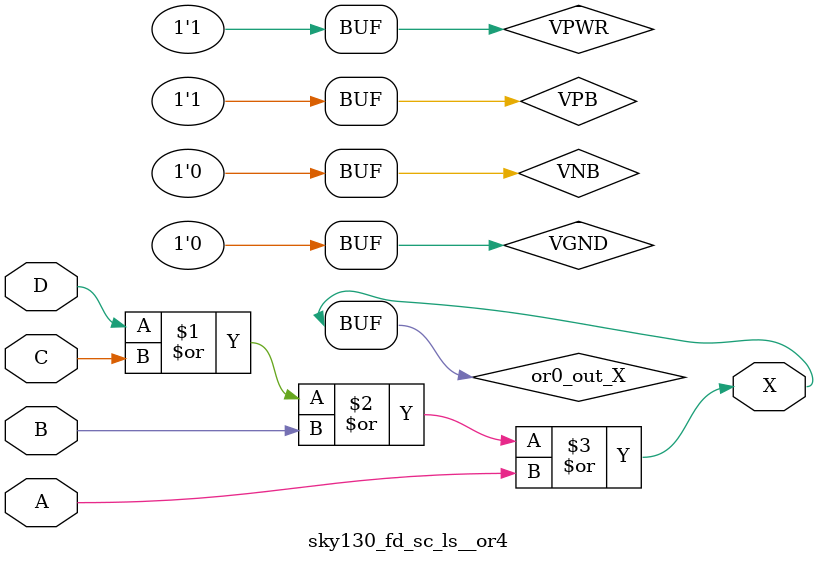
<source format=v>
/*
 * Copyright 2020 The SkyWater PDK Authors
 *
 * Licensed under the Apache License, Version 2.0 (the "License");
 * you may not use this file except in compliance with the License.
 * You may obtain a copy of the License at
 *
 *     https://www.apache.org/licenses/LICENSE-2.0
 *
 * Unless required by applicable law or agreed to in writing, software
 * distributed under the License is distributed on an "AS IS" BASIS,
 * WITHOUT WARRANTIES OR CONDITIONS OF ANY KIND, either express or implied.
 * See the License for the specific language governing permissions and
 * limitations under the License.
 *
 * SPDX-License-Identifier: Apache-2.0
*/


`ifndef SKY130_FD_SC_LS__OR4_BEHAVIORAL_V
`define SKY130_FD_SC_LS__OR4_BEHAVIORAL_V

/**
 * or4: 4-input OR.
 *
 * Verilog simulation functional model.
 */

`timescale 1ns / 1ps
`default_nettype none

`celldefine
module sky130_fd_sc_ls__or4 (
    X,
    A,
    B,
    C,
    D
);

    // Module ports
    output X;
    input  A;
    input  B;
    input  C;
    input  D;

    // Module supplies
    supply1 VPWR;
    supply0 VGND;
    supply1 VPB ;
    supply0 VNB ;

    // Local signals
    wire or0_out_X;

    //  Name  Output     Other arguments
    or  or0  (or0_out_X, D, C, B, A     );
    buf buf0 (X        , or0_out_X      );

endmodule
`endcelldefine

`default_nettype wire
`endif  // SKY130_FD_SC_LS__OR4_BEHAVIORAL_V
</source>
